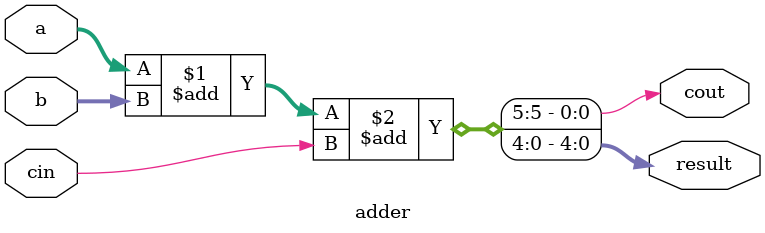
<source format=v>
module adder (
input [3:0] a,b ,
input cin ,
output cout, 
output [4:0] result
);

    assign {cout, result} = a + b + cin ;

endmodule 
</source>
